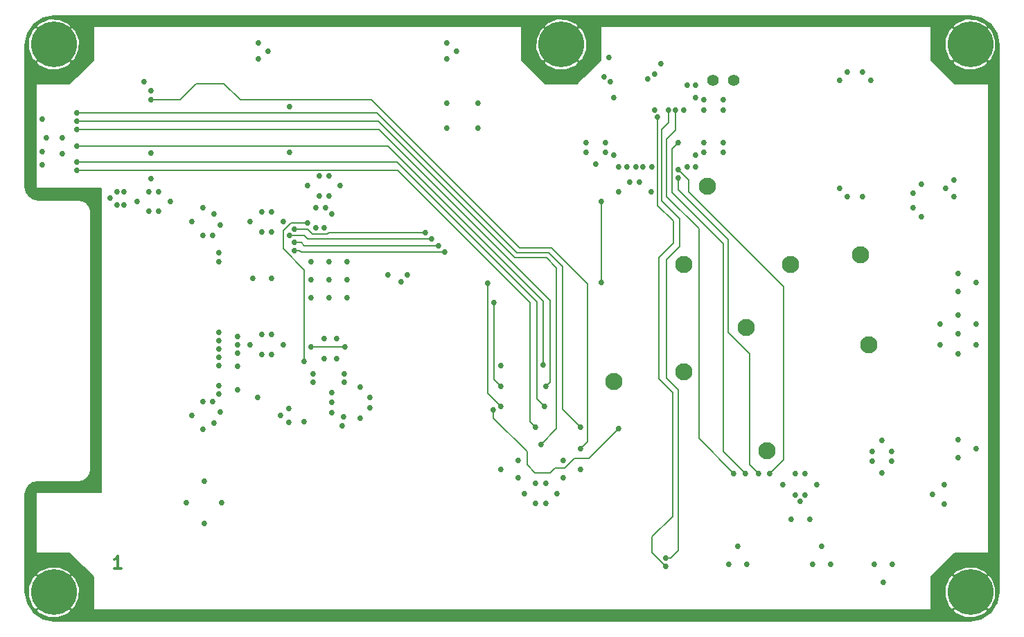
<source format=gtl>
%FSLAX34Y34*%
G04 Gerber Fmt 3.4, Leading zero omitted, Abs format*
G04 (created by PCBNEW (2014-03-01 BZR 4730)-product) date Tuesday, August 26, 2014 'AMt' 09:20:28 AM*
%MOIN*%
G01*
G70*
G90*
G04 APERTURE LIST*
%ADD10C,0.006000*%
%ADD11C,0.012094*%
%ADD12C,0.220472*%
%ADD13C,0.023622*%
%ADD14C,0.055118*%
%ADD15C,0.082677*%
%ADD16C,0.027500*%
%ADD17C,0.007874*%
%ADD18C,0.015748*%
G04 APERTURE END LIST*
G54D10*
G54D11*
X28436Y-66172D02*
X28098Y-66172D01*
X28267Y-66172D02*
X28267Y-65582D01*
X28211Y-65666D01*
X28155Y-65722D01*
X28098Y-65750D01*
G54D12*
X49606Y-40944D03*
G54D13*
X49606Y-40078D03*
X48740Y-40944D03*
X49606Y-41811D03*
X50472Y-40944D03*
X50216Y-40334D03*
X48996Y-40334D03*
X48996Y-41555D03*
X50216Y-41555D03*
G54D12*
X69291Y-40944D03*
G54D13*
X69291Y-40078D03*
X68425Y-40944D03*
X69291Y-41811D03*
X70157Y-40944D03*
X69901Y-40334D03*
X68681Y-40334D03*
X68681Y-41555D03*
X69901Y-41555D03*
G54D12*
X69291Y-67322D03*
G54D13*
X69291Y-66456D03*
X68425Y-67322D03*
X69291Y-68188D03*
X70157Y-67322D03*
X69901Y-66712D03*
X68681Y-66712D03*
X68681Y-67933D03*
X69901Y-67933D03*
G54D12*
X25196Y-67322D03*
G54D13*
X25196Y-66456D03*
X24330Y-67322D03*
X25196Y-68188D03*
X26062Y-67322D03*
X25807Y-66712D03*
X24586Y-66712D03*
X24586Y-67933D03*
X25807Y-67933D03*
G54D12*
X25196Y-40944D03*
G54D13*
X25196Y-40078D03*
X24330Y-40944D03*
X25196Y-41811D03*
X26062Y-40944D03*
X25807Y-40334D03*
X24586Y-40334D03*
X24586Y-41555D03*
X25807Y-41555D03*
G54D14*
X57901Y-42677D03*
X56901Y-42677D03*
G54D15*
X55492Y-56711D03*
X60648Y-51555D03*
X58507Y-54570D03*
X55492Y-51555D03*
X56651Y-47775D03*
X64017Y-51082D03*
X64401Y-55414D03*
X59490Y-60492D03*
X52124Y-57185D03*
G54D16*
X35669Y-52204D03*
X36220Y-49488D03*
X35669Y-49960D03*
X35669Y-49015D03*
X35669Y-55866D03*
X36220Y-55393D03*
X35669Y-54921D03*
X37677Y-57204D03*
X37677Y-56811D03*
X38188Y-49763D03*
X33129Y-50964D03*
X38188Y-55118D03*
X38818Y-55118D03*
X49704Y-61811D03*
X50551Y-61397D03*
X49704Y-60984D03*
X68700Y-60826D03*
X69566Y-60393D03*
X68700Y-59960D03*
X61574Y-63818D03*
X60669Y-63818D03*
X61102Y-62952D03*
X33129Y-57775D03*
X25590Y-45433D03*
X24842Y-45433D03*
X38976Y-47755D03*
X38425Y-48228D03*
X38425Y-47283D03*
X39133Y-58858D03*
X40393Y-57952D03*
X39921Y-57440D03*
X48858Y-63031D03*
X49409Y-62559D03*
X48858Y-62086D03*
X29763Y-48976D03*
X29763Y-48031D03*
X65039Y-60000D03*
X65511Y-60551D03*
X64566Y-60551D03*
X60275Y-62125D03*
X60866Y-61614D03*
X60866Y-62637D03*
X41259Y-52047D03*
X28228Y-48661D03*
X28228Y-48031D03*
X27913Y-48346D03*
X29212Y-48503D03*
X37795Y-49763D03*
X33129Y-57381D03*
X53937Y-48031D03*
X53385Y-47559D03*
X52362Y-46850D03*
X56062Y-46850D03*
X56456Y-46141D03*
X57401Y-46141D03*
X56456Y-43622D03*
X57401Y-43622D03*
X55669Y-42913D03*
X51732Y-46141D03*
X50787Y-46141D03*
X51259Y-46692D03*
X53976Y-46850D03*
X55511Y-44094D03*
X52125Y-46259D03*
X56062Y-46259D03*
X57913Y-61614D03*
X55118Y-44094D03*
X55236Y-45669D03*
X58464Y-61614D03*
X59645Y-61614D03*
X55236Y-46968D03*
X55236Y-47362D03*
X59094Y-61614D03*
X54763Y-44094D03*
X54645Y-65669D03*
X54251Y-44448D03*
X54645Y-66062D03*
X51535Y-52401D03*
X51535Y-48503D03*
X37401Y-49527D03*
X37244Y-56220D03*
X37559Y-55511D03*
X39212Y-55511D03*
X46377Y-53385D03*
X46692Y-57401D03*
X46062Y-52440D03*
X46692Y-58385D03*
X52362Y-59448D03*
X46338Y-58543D03*
X29881Y-43622D03*
X50551Y-60393D03*
X48740Y-56377D03*
X26299Y-45826D03*
X26299Y-45039D03*
X48858Y-57401D03*
X48818Y-58385D03*
X26299Y-46614D03*
X26299Y-47007D03*
X48385Y-59370D03*
X50551Y-59370D03*
X26299Y-44251D03*
X26299Y-44645D03*
X48622Y-60196D03*
X43700Y-50629D03*
X36771Y-50472D03*
X36535Y-50157D03*
X43385Y-50314D03*
X44015Y-50944D03*
X36771Y-50866D03*
X43070Y-50000D03*
X36771Y-49842D03*
X47539Y-61811D03*
X46692Y-61397D03*
X47539Y-60984D03*
X46692Y-56397D03*
X68700Y-55826D03*
X69566Y-55393D03*
X67834Y-55393D03*
X68700Y-54881D03*
X68700Y-53976D03*
X69566Y-54409D03*
X67834Y-54409D03*
X68700Y-52834D03*
X69566Y-52401D03*
X68700Y-51968D03*
X57677Y-65984D03*
X58110Y-65118D03*
X58543Y-65984D03*
X65118Y-66850D03*
X65551Y-65984D03*
X64685Y-65984D03*
X61692Y-65984D03*
X62559Y-65984D03*
X62125Y-65118D03*
X37244Y-59094D03*
X36515Y-59133D03*
X36102Y-58799D03*
X36515Y-58464D03*
X29881Y-47401D03*
X29881Y-46181D03*
X29881Y-43188D03*
X29527Y-42755D03*
X24645Y-46102D03*
X25590Y-46220D03*
X24645Y-46732D03*
X24645Y-44527D03*
X35000Y-57952D03*
X27263Y-48129D03*
X27263Y-49311D03*
X27263Y-50492D03*
X27263Y-51673D03*
X24685Y-48267D03*
X25866Y-48267D03*
X35039Y-39862D03*
X32677Y-39862D03*
X42125Y-39862D03*
X44488Y-39862D03*
X45669Y-39862D03*
X46850Y-39862D03*
X48031Y-39862D03*
X48031Y-41043D03*
X48425Y-41929D03*
X49606Y-42519D03*
X50688Y-42027D03*
X51181Y-41043D03*
X51181Y-39862D03*
X52362Y-39862D03*
X53543Y-39862D03*
X54724Y-39862D03*
X55905Y-39862D03*
X57086Y-39862D03*
X58267Y-39862D03*
X59448Y-39862D03*
X60629Y-39862D03*
X61811Y-39862D03*
X62992Y-39862D03*
X64173Y-39862D03*
X65354Y-39862D03*
X66535Y-39862D03*
X70374Y-42519D03*
X67716Y-39862D03*
X67716Y-41043D03*
X68208Y-42027D03*
X69192Y-42519D03*
X26771Y-39862D03*
X24114Y-43110D03*
X24114Y-44291D03*
X24114Y-45472D03*
X24114Y-46653D03*
X25196Y-42519D03*
X26279Y-42027D03*
X26771Y-41043D03*
X27952Y-39862D03*
X29133Y-39862D03*
X30314Y-39862D03*
X31496Y-39862D03*
X36220Y-39862D03*
X37401Y-39862D03*
X40944Y-39862D03*
X39763Y-39862D03*
X38582Y-39862D03*
X70374Y-44881D03*
X70374Y-43700D03*
X27263Y-55216D03*
X27263Y-52854D03*
X26771Y-68405D03*
X24212Y-62401D03*
X24114Y-63385D03*
X24114Y-64566D03*
X24114Y-65748D03*
X25295Y-65748D03*
X26279Y-66240D03*
X26771Y-67224D03*
X29133Y-68405D03*
X27952Y-68405D03*
X27263Y-54133D03*
X27263Y-56397D03*
X27263Y-57578D03*
X27263Y-58759D03*
X27263Y-59940D03*
X27263Y-61122D03*
X27263Y-62303D03*
X26279Y-62303D03*
X25098Y-62303D03*
X66535Y-68405D03*
X65354Y-68405D03*
X64173Y-68405D03*
X62992Y-68405D03*
X61811Y-68405D03*
X60629Y-68405D03*
X59448Y-68405D03*
X58267Y-68405D03*
X57086Y-68405D03*
X55905Y-68405D03*
X54724Y-68405D03*
X53543Y-68405D03*
X52362Y-68405D03*
X51181Y-68405D03*
X50000Y-68405D03*
X48818Y-68405D03*
X47637Y-68405D03*
X46456Y-68405D03*
X45275Y-68405D03*
X44094Y-68405D03*
X42913Y-68405D03*
X41732Y-68405D03*
X40551Y-68405D03*
X39370Y-68405D03*
X38188Y-68405D03*
X37007Y-68405D03*
X35826Y-68405D03*
X34645Y-68405D03*
X33464Y-68405D03*
X32283Y-68405D03*
X31102Y-68405D03*
X67716Y-68405D03*
X29921Y-68405D03*
X70374Y-48031D03*
X70374Y-49212D03*
X70374Y-50393D03*
X70374Y-51574D03*
X70374Y-52755D03*
X70374Y-53937D03*
X70374Y-55118D03*
X70374Y-56299D03*
X70374Y-57480D03*
X70374Y-58661D03*
X70374Y-59842D03*
X70374Y-61023D03*
X70374Y-62204D03*
X70374Y-63385D03*
X70374Y-64566D03*
X70374Y-65748D03*
X69192Y-65748D03*
X68208Y-66240D03*
X67716Y-67224D03*
X34763Y-52204D03*
X37401Y-47755D03*
X37952Y-47283D03*
X37952Y-48228D03*
X38582Y-49094D03*
X38267Y-48818D03*
X37795Y-48818D03*
X34645Y-49488D03*
X35196Y-49960D03*
X35196Y-49015D03*
X35196Y-54921D03*
X34645Y-55393D03*
X35196Y-55866D03*
X39921Y-58937D03*
X40393Y-58425D03*
X39173Y-57204D03*
X39173Y-56811D03*
X42204Y-52047D03*
X41889Y-52362D03*
X47834Y-62559D03*
X48385Y-62086D03*
X48385Y-63031D03*
X67480Y-62598D03*
X68031Y-63070D03*
X68031Y-62125D03*
X52362Y-48031D03*
X52913Y-47559D03*
X52755Y-46850D03*
X55669Y-46850D03*
X56456Y-45669D03*
X57401Y-45669D03*
X57401Y-44094D03*
X56456Y-44094D03*
X56062Y-42913D03*
X54409Y-41889D03*
X54094Y-42362D03*
X53779Y-42598D03*
X51653Y-42519D03*
X51968Y-42755D03*
X51889Y-41574D03*
X45590Y-44960D03*
X44094Y-44960D03*
X44094Y-43779D03*
X45590Y-43779D03*
X36535Y-43937D03*
X36535Y-46141D03*
X30236Y-48976D03*
X30787Y-48503D03*
X30236Y-48031D03*
X28582Y-48661D03*
X28582Y-48031D03*
X35039Y-41653D03*
X35511Y-41259D03*
X44566Y-41259D03*
X44094Y-40866D03*
X35039Y-40866D03*
X50787Y-45669D03*
X51732Y-45669D03*
X44094Y-41653D03*
X32421Y-61968D03*
X65039Y-61574D03*
X65511Y-61023D03*
X64566Y-61023D03*
X61338Y-61614D03*
X61889Y-62125D03*
X61338Y-62637D03*
X68503Y-47480D03*
X66535Y-48110D03*
X66929Y-47677D03*
X52125Y-43503D03*
X63385Y-42283D03*
X64094Y-42283D03*
X66929Y-49251D03*
X66535Y-48818D03*
X32362Y-50137D03*
X32834Y-50137D03*
X33188Y-49625D03*
X32893Y-49094D03*
X31850Y-49468D03*
X32362Y-48799D03*
X32834Y-58129D03*
X31850Y-58799D03*
X32362Y-58129D03*
X32362Y-59468D03*
X32893Y-59173D03*
X33188Y-58641D03*
X32421Y-64015D03*
X31574Y-62992D03*
X33267Y-62992D03*
X64094Y-48267D03*
X63385Y-48267D03*
X62992Y-47874D03*
X62992Y-42677D03*
X64488Y-42677D03*
X68503Y-48267D03*
X68110Y-47874D03*
X39055Y-59291D03*
X38582Y-58188D03*
X38582Y-58661D03*
X38582Y-57716D03*
X53543Y-46850D03*
X53188Y-46850D03*
X54094Y-44094D03*
X56062Y-43503D03*
X38425Y-52283D03*
X38425Y-53149D03*
X39291Y-52283D03*
X37559Y-52283D03*
X38425Y-51417D03*
X39291Y-53149D03*
X37559Y-53149D03*
X39291Y-51417D03*
X37559Y-51417D03*
X34035Y-56456D03*
X33129Y-56397D03*
X34035Y-55019D03*
X33129Y-54822D03*
X33129Y-51397D03*
X34035Y-57578D03*
X34035Y-55807D03*
X34035Y-55413D03*
X33129Y-56003D03*
X33129Y-55610D03*
X33129Y-55216D03*
X38188Y-56062D03*
X38818Y-56062D03*
G54D17*
X55118Y-44094D02*
X55118Y-45078D01*
X55118Y-45078D02*
X54685Y-45511D01*
X57913Y-61614D02*
X56220Y-59921D01*
X54685Y-45511D02*
X54685Y-48267D01*
X56220Y-49803D02*
X54685Y-48267D01*
X56220Y-59921D02*
X56220Y-49803D01*
X55236Y-45669D02*
X54921Y-45984D01*
X54921Y-45984D02*
X54921Y-48070D01*
X57401Y-60551D02*
X58464Y-61614D01*
X57401Y-50551D02*
X57401Y-60551D01*
X54921Y-48070D02*
X57401Y-50551D01*
X58464Y-61614D02*
X58464Y-61574D01*
X55236Y-46968D02*
X55748Y-47480D01*
X60314Y-60944D02*
X60314Y-52598D01*
X59645Y-61614D02*
X60314Y-60944D01*
X55748Y-48031D02*
X60314Y-52598D01*
X55748Y-47480D02*
X55748Y-48031D01*
X58661Y-61181D02*
X58661Y-55826D01*
X58661Y-55826D02*
X57637Y-54803D01*
X59094Y-61614D02*
X58661Y-61181D01*
X55236Y-47952D02*
X55236Y-47362D01*
X57637Y-50354D02*
X55236Y-47952D01*
X57637Y-54803D02*
X57637Y-50354D01*
X59094Y-61614D02*
X59094Y-61574D01*
X54645Y-65669D02*
X54881Y-65669D01*
X55236Y-65314D02*
X55236Y-57559D01*
X54881Y-65669D02*
X55236Y-65314D01*
X54448Y-45039D02*
X54448Y-48464D01*
X54685Y-57007D02*
X55236Y-57559D01*
X54685Y-51299D02*
X54685Y-57007D01*
X55314Y-50669D02*
X54685Y-51299D01*
X55314Y-49330D02*
X55314Y-50669D01*
X54448Y-48464D02*
X55314Y-49330D01*
X54763Y-44724D02*
X54448Y-45039D01*
X54763Y-44094D02*
X54763Y-44724D01*
X54645Y-66062D02*
X53976Y-65393D01*
X53976Y-64645D02*
X54960Y-63661D01*
X53976Y-65393D02*
X53976Y-64645D01*
X54291Y-57047D02*
X54291Y-51220D01*
X54960Y-57716D02*
X54960Y-63661D01*
X54291Y-57047D02*
X54960Y-57716D01*
X54291Y-51220D02*
X55000Y-50511D01*
X55000Y-50511D02*
X55000Y-49448D01*
X55000Y-49448D02*
X54251Y-48700D01*
X54251Y-48700D02*
X54251Y-44448D01*
X51535Y-52401D02*
X51535Y-48503D01*
X36614Y-49527D02*
X37401Y-49527D01*
X36220Y-49921D02*
X36614Y-49527D01*
X36220Y-50787D02*
X36220Y-49921D01*
X37244Y-51811D02*
X36220Y-50787D01*
X37244Y-56220D02*
X37244Y-51811D01*
X37559Y-55511D02*
X39212Y-55511D01*
X46377Y-57086D02*
X46377Y-53385D01*
X46692Y-57401D02*
X46377Y-57086D01*
X46062Y-57755D02*
X46062Y-52440D01*
X46692Y-58385D02*
X46062Y-57755D01*
X47952Y-60551D02*
X46338Y-58937D01*
X50944Y-60866D02*
X52362Y-59448D01*
X50236Y-60866D02*
X50944Y-60866D01*
X47952Y-61181D02*
X48346Y-61574D01*
X48346Y-61574D02*
X49055Y-61574D01*
X49055Y-61574D02*
X49291Y-61338D01*
X49291Y-61338D02*
X49763Y-61338D01*
X49763Y-61338D02*
X50236Y-60866D01*
X47952Y-60551D02*
X47952Y-61181D01*
X46338Y-58937D02*
X46338Y-58543D01*
X50866Y-60078D02*
X50866Y-52480D01*
X49133Y-50748D02*
X47598Y-50748D01*
X50866Y-52480D02*
X49133Y-50748D01*
X31259Y-43622D02*
X32047Y-42834D01*
X34173Y-43622D02*
X40472Y-43622D01*
X29881Y-43622D02*
X31259Y-43622D01*
X47598Y-50748D02*
X40472Y-43622D01*
X32047Y-42834D02*
X33385Y-42834D01*
X33385Y-42834D02*
X34173Y-43622D01*
X50551Y-60393D02*
X50866Y-60078D01*
X48740Y-53307D02*
X41259Y-45826D01*
X41259Y-45826D02*
X26299Y-45826D01*
X48740Y-56377D02*
X48740Y-53307D01*
X49055Y-57204D02*
X49055Y-53267D01*
X26299Y-45039D02*
X40826Y-45039D01*
X49055Y-53267D02*
X40826Y-45039D01*
X48858Y-57401D02*
X49055Y-57204D01*
X48818Y-58385D02*
X48425Y-57992D01*
X48425Y-53346D02*
X41692Y-46614D01*
X41692Y-46614D02*
X26299Y-46614D01*
X48425Y-57992D02*
X48425Y-53346D01*
X48110Y-59094D02*
X48110Y-53385D01*
X41732Y-47007D02*
X26299Y-47007D01*
X48110Y-53385D02*
X41732Y-47007D01*
X48385Y-59370D02*
X48110Y-59094D01*
X50551Y-59370D02*
X49685Y-58503D01*
X49015Y-50984D02*
X49685Y-51653D01*
X47480Y-50984D02*
X40748Y-44251D01*
X26299Y-44251D02*
X40748Y-44251D01*
X49015Y-50984D02*
X47480Y-50984D01*
X49685Y-51653D02*
X49685Y-58503D01*
X49370Y-59448D02*
X49370Y-51692D01*
X48897Y-51220D02*
X47362Y-51220D01*
X49370Y-51692D02*
X48897Y-51220D01*
X26299Y-44645D02*
X40787Y-44645D01*
X47362Y-51220D02*
X40787Y-44645D01*
X48622Y-60196D02*
X49370Y-59448D01*
X37244Y-50629D02*
X43700Y-50629D01*
X36771Y-50472D02*
X37086Y-50472D01*
X37086Y-50472D02*
X37244Y-50629D01*
X37401Y-50314D02*
X37244Y-50157D01*
X37244Y-50157D02*
X36535Y-50157D01*
X43385Y-50314D02*
X37401Y-50314D01*
X36771Y-50866D02*
X37007Y-50866D01*
X37086Y-50944D02*
X44015Y-50944D01*
X37007Y-50866D02*
X37086Y-50944D01*
X36771Y-49842D02*
X37401Y-49842D01*
X38425Y-50000D02*
X43070Y-50000D01*
X38346Y-50078D02*
X38425Y-50000D01*
X37637Y-50078D02*
X38346Y-50078D01*
X37401Y-49842D02*
X37637Y-50078D01*
G54D18*
X27263Y-55216D02*
X27263Y-54133D01*
X27263Y-54133D02*
X27263Y-52854D01*
G54D10*
G36*
X70673Y-67303D02*
X70564Y-67850D01*
X70517Y-67920D01*
X70517Y-67108D01*
X70517Y-40730D01*
X70341Y-40277D01*
X70309Y-40229D01*
X70164Y-40099D01*
X70136Y-40127D01*
X70136Y-40072D01*
X70006Y-39926D01*
X69562Y-39730D01*
X69077Y-39719D01*
X68624Y-39894D01*
X68575Y-39926D01*
X68446Y-40072D01*
X68546Y-40171D01*
X68681Y-40306D01*
X68708Y-40334D01*
X68843Y-40469D01*
X69291Y-40917D01*
X69738Y-40469D01*
X69873Y-40334D01*
X69901Y-40306D01*
X70036Y-40171D01*
X70136Y-40072D01*
X70136Y-40127D01*
X70064Y-40199D01*
X69929Y-40334D01*
X69901Y-40362D01*
X69766Y-40497D01*
X69319Y-40944D01*
X69766Y-41392D01*
X69901Y-41527D01*
X69929Y-41555D01*
X70064Y-41689D01*
X70164Y-41789D01*
X70309Y-41660D01*
X70505Y-41216D01*
X70517Y-40730D01*
X70517Y-67108D01*
X70341Y-66655D01*
X70309Y-66607D01*
X70164Y-66477D01*
X70157Y-66484D01*
X70157Y-65433D01*
X70157Y-42834D01*
X70136Y-42834D01*
X70136Y-41817D01*
X70036Y-41717D01*
X69901Y-41582D01*
X69873Y-41555D01*
X69738Y-41420D01*
X69291Y-40972D01*
X69263Y-41000D01*
X69263Y-40944D01*
X68815Y-40497D01*
X68681Y-40362D01*
X68653Y-40334D01*
X68518Y-40199D01*
X68418Y-40099D01*
X68273Y-40229D01*
X68076Y-40673D01*
X68065Y-41158D01*
X68240Y-41611D01*
X68273Y-41660D01*
X68418Y-41789D01*
X68518Y-41689D01*
X68653Y-41555D01*
X68681Y-41527D01*
X68815Y-41392D01*
X69263Y-40944D01*
X69263Y-41000D01*
X68843Y-41420D01*
X68708Y-41555D01*
X68681Y-41582D01*
X68546Y-41717D01*
X68446Y-41817D01*
X68575Y-41963D01*
X69020Y-42159D01*
X69505Y-42170D01*
X69958Y-41995D01*
X70006Y-41963D01*
X70136Y-41817D01*
X70136Y-42834D01*
X68536Y-42834D01*
X67401Y-41699D01*
X67401Y-41653D01*
X67401Y-40078D01*
X51496Y-40078D01*
X51496Y-41699D01*
X50832Y-42363D01*
X50832Y-40730D01*
X50656Y-40277D01*
X50624Y-40229D01*
X50479Y-40099D01*
X50451Y-40127D01*
X50451Y-40072D01*
X50321Y-39926D01*
X49877Y-39730D01*
X49392Y-39719D01*
X48939Y-39894D01*
X48890Y-39926D01*
X48761Y-40072D01*
X48861Y-40171D01*
X48861Y-40171D01*
X48996Y-40306D01*
X49023Y-40334D01*
X49158Y-40469D01*
X49606Y-40917D01*
X50053Y-40469D01*
X50188Y-40334D01*
X50216Y-40306D01*
X50351Y-40171D01*
X50451Y-40072D01*
X50451Y-40127D01*
X50379Y-40199D01*
X50244Y-40334D01*
X50216Y-40362D01*
X50081Y-40497D01*
X49634Y-40944D01*
X50081Y-41392D01*
X50081Y-41392D01*
X50216Y-41527D01*
X50244Y-41555D01*
X50379Y-41689D01*
X50479Y-41789D01*
X50624Y-41660D01*
X50820Y-41216D01*
X50832Y-40730D01*
X50832Y-42363D01*
X50451Y-42744D01*
X50451Y-41817D01*
X50351Y-41717D01*
X50216Y-41582D01*
X50188Y-41555D01*
X50053Y-41420D01*
X50053Y-41420D01*
X49606Y-40972D01*
X49578Y-41000D01*
X49578Y-40944D01*
X49130Y-40497D01*
X48996Y-40362D01*
X48968Y-40334D01*
X48833Y-40199D01*
X48833Y-40199D01*
X48733Y-40099D01*
X48588Y-40229D01*
X48391Y-40673D01*
X48380Y-41158D01*
X48555Y-41611D01*
X48588Y-41660D01*
X48733Y-41789D01*
X48833Y-41689D01*
X48968Y-41555D01*
X48996Y-41527D01*
X49130Y-41392D01*
X49578Y-40944D01*
X49578Y-41000D01*
X49158Y-41420D01*
X49023Y-41555D01*
X48996Y-41582D01*
X48861Y-41717D01*
X48761Y-41817D01*
X48890Y-41963D01*
X49334Y-42159D01*
X49820Y-42170D01*
X50273Y-41995D01*
X50321Y-41963D01*
X50451Y-41817D01*
X50451Y-42744D01*
X50361Y-42834D01*
X48851Y-42834D01*
X47716Y-41699D01*
X47716Y-40078D01*
X27086Y-40078D01*
X27086Y-41699D01*
X26422Y-42363D01*
X26422Y-40730D01*
X26247Y-40277D01*
X26215Y-40229D01*
X26069Y-40099D01*
X26041Y-40127D01*
X26041Y-40072D01*
X25912Y-39926D01*
X25468Y-39730D01*
X24982Y-39719D01*
X24529Y-39894D01*
X24481Y-39926D01*
X24351Y-40072D01*
X24451Y-40171D01*
X24451Y-40171D01*
X24586Y-40306D01*
X24614Y-40334D01*
X24749Y-40469D01*
X25196Y-40917D01*
X25644Y-40469D01*
X25779Y-40334D01*
X25807Y-40306D01*
X25941Y-40171D01*
X26041Y-40072D01*
X26041Y-40127D01*
X25969Y-40199D01*
X25834Y-40334D01*
X25807Y-40362D01*
X25672Y-40497D01*
X25224Y-40944D01*
X25672Y-41392D01*
X25672Y-41392D01*
X25807Y-41527D01*
X25834Y-41555D01*
X25969Y-41689D01*
X26069Y-41789D01*
X26215Y-41660D01*
X26411Y-41216D01*
X26422Y-40730D01*
X26422Y-42363D01*
X26041Y-42744D01*
X26041Y-41817D01*
X25941Y-41717D01*
X25807Y-41582D01*
X25779Y-41555D01*
X25644Y-41420D01*
X25644Y-41420D01*
X25196Y-40972D01*
X25169Y-41000D01*
X25169Y-40944D01*
X24721Y-40497D01*
X24586Y-40362D01*
X24558Y-40334D01*
X24423Y-40199D01*
X24423Y-40199D01*
X24324Y-40099D01*
X24178Y-40229D01*
X23982Y-40673D01*
X23971Y-41158D01*
X24146Y-41611D01*
X24178Y-41660D01*
X24324Y-41789D01*
X24423Y-41689D01*
X24558Y-41555D01*
X24586Y-41527D01*
X24721Y-41392D01*
X25169Y-40944D01*
X25169Y-41000D01*
X24749Y-41420D01*
X24614Y-41555D01*
X24586Y-41582D01*
X24451Y-41717D01*
X24351Y-41817D01*
X24481Y-41963D01*
X24925Y-42159D01*
X25410Y-42170D01*
X25863Y-41995D01*
X25912Y-41963D01*
X26041Y-41817D01*
X26041Y-42744D01*
X25951Y-42834D01*
X24330Y-42834D01*
X24330Y-47874D01*
X27480Y-47874D01*
X27480Y-62519D01*
X24330Y-62519D01*
X24330Y-65433D01*
X25951Y-65433D01*
X27086Y-66568D01*
X27086Y-68188D01*
X67401Y-68188D01*
X67401Y-66568D01*
X68536Y-65433D01*
X70157Y-65433D01*
X70157Y-66484D01*
X70136Y-66505D01*
X70136Y-66449D01*
X70006Y-66304D01*
X69562Y-66108D01*
X69077Y-66097D01*
X68624Y-66272D01*
X68575Y-66304D01*
X68446Y-66449D01*
X68546Y-66549D01*
X68681Y-66684D01*
X68708Y-66712D01*
X68708Y-66712D01*
X68843Y-66847D01*
X69291Y-67294D01*
X69738Y-66847D01*
X69738Y-66847D01*
X69873Y-66712D01*
X69901Y-66684D01*
X70036Y-66549D01*
X70136Y-66449D01*
X70136Y-66505D01*
X70064Y-66577D01*
X69929Y-66712D01*
X69901Y-66740D01*
X69766Y-66875D01*
X69319Y-67322D01*
X69766Y-67770D01*
X69901Y-67905D01*
X69929Y-67933D01*
X69929Y-67933D01*
X70064Y-68067D01*
X70164Y-68167D01*
X70309Y-68038D01*
X70505Y-67594D01*
X70517Y-67108D01*
X70517Y-67920D01*
X70265Y-68297D01*
X70136Y-68383D01*
X70136Y-68195D01*
X70036Y-68095D01*
X69901Y-67960D01*
X69901Y-67960D01*
X69873Y-67933D01*
X69738Y-67798D01*
X69291Y-67350D01*
X69263Y-67378D01*
X69263Y-67322D01*
X68815Y-66875D01*
X68681Y-66740D01*
X68681Y-66740D01*
X68653Y-66712D01*
X68518Y-66577D01*
X68418Y-66477D01*
X68273Y-66607D01*
X68076Y-67051D01*
X68065Y-67536D01*
X68240Y-67989D01*
X68273Y-68038D01*
X68418Y-68167D01*
X68518Y-68067D01*
X68518Y-68067D01*
X68653Y-67933D01*
X68681Y-67905D01*
X68815Y-67770D01*
X69263Y-67322D01*
X69263Y-67378D01*
X68843Y-67798D01*
X68708Y-67933D01*
X68681Y-67960D01*
X68546Y-68095D01*
X68446Y-68195D01*
X68575Y-68341D01*
X69020Y-68537D01*
X69505Y-68548D01*
X69958Y-68373D01*
X70006Y-68341D01*
X70136Y-68195D01*
X70136Y-68383D01*
X69818Y-68595D01*
X69272Y-68704D01*
X26422Y-68704D01*
X26422Y-67108D01*
X26247Y-66655D01*
X26215Y-66607D01*
X26069Y-66477D01*
X26041Y-66505D01*
X26041Y-66449D01*
X25912Y-66304D01*
X25468Y-66108D01*
X24982Y-66097D01*
X24529Y-66272D01*
X24481Y-66304D01*
X24351Y-66449D01*
X24451Y-66549D01*
X24586Y-66684D01*
X24614Y-66712D01*
X24749Y-66847D01*
X25196Y-67294D01*
X25644Y-66847D01*
X25644Y-66847D01*
X25779Y-66712D01*
X25807Y-66684D01*
X25941Y-66549D01*
X26041Y-66449D01*
X26041Y-66505D01*
X25969Y-66577D01*
X25834Y-66712D01*
X25807Y-66740D01*
X25672Y-66875D01*
X25224Y-67322D01*
X25672Y-67770D01*
X25807Y-67905D01*
X25834Y-67933D01*
X25969Y-68067D01*
X26069Y-68167D01*
X26215Y-68038D01*
X26411Y-67594D01*
X26422Y-67108D01*
X26422Y-68704D01*
X26041Y-68704D01*
X26041Y-68195D01*
X25941Y-68095D01*
X25807Y-67960D01*
X25779Y-67933D01*
X25644Y-67798D01*
X25196Y-67350D01*
X25169Y-67378D01*
X25169Y-67322D01*
X24721Y-66875D01*
X24586Y-66740D01*
X24558Y-66712D01*
X24423Y-66577D01*
X24324Y-66477D01*
X24178Y-66607D01*
X23982Y-67051D01*
X23971Y-67536D01*
X24146Y-67989D01*
X24178Y-68038D01*
X24324Y-68167D01*
X24423Y-68067D01*
X24423Y-68067D01*
X24558Y-67933D01*
X24586Y-67905D01*
X24721Y-67770D01*
X25169Y-67322D01*
X25169Y-67378D01*
X24749Y-67798D01*
X24614Y-67933D01*
X24586Y-67960D01*
X24451Y-68095D01*
X24351Y-68195D01*
X24481Y-68341D01*
X24925Y-68537D01*
X25410Y-68548D01*
X25863Y-68373D01*
X25912Y-68341D01*
X26041Y-68195D01*
X26041Y-68704D01*
X25215Y-68704D01*
X24669Y-68595D01*
X24222Y-68297D01*
X23923Y-67850D01*
X23815Y-67303D01*
X23815Y-62617D01*
X23863Y-62372D01*
X23991Y-62180D01*
X24183Y-62052D01*
X24428Y-62004D01*
X26377Y-62004D01*
X26396Y-62000D01*
X26415Y-62000D01*
X26566Y-61970D01*
X26566Y-61970D01*
X26635Y-61941D01*
X26635Y-61941D01*
X26763Y-61856D01*
X26763Y-61856D01*
X26763Y-61856D01*
X26816Y-61802D01*
X26816Y-61802D01*
X26902Y-61675D01*
X26931Y-61605D01*
X26931Y-61605D01*
X26961Y-61454D01*
X26961Y-61435D01*
X26964Y-61417D01*
X26964Y-49015D01*
X26961Y-48997D01*
X26961Y-48978D01*
X26931Y-48827D01*
X26931Y-48827D01*
X26902Y-48757D01*
X26816Y-48630D01*
X26816Y-48630D01*
X26763Y-48576D01*
X26763Y-48576D01*
X26635Y-48491D01*
X26566Y-48462D01*
X26566Y-48462D01*
X26415Y-48432D01*
X26396Y-48432D01*
X26377Y-48428D01*
X24428Y-48428D01*
X24183Y-48380D01*
X23991Y-48252D01*
X23863Y-48060D01*
X23815Y-47815D01*
X23815Y-40963D01*
X23923Y-40417D01*
X24222Y-39970D01*
X24669Y-39671D01*
X25215Y-39563D01*
X69272Y-39563D01*
X69818Y-39671D01*
X70265Y-39970D01*
X70564Y-40417D01*
X70673Y-40963D01*
X70673Y-67303D01*
X70673Y-67303D01*
G37*
G54D17*
X70673Y-67303D02*
X70564Y-67850D01*
X70517Y-67920D01*
X70517Y-67108D01*
X70517Y-40730D01*
X70341Y-40277D01*
X70309Y-40229D01*
X70164Y-40099D01*
X70136Y-40127D01*
X70136Y-40072D01*
X70006Y-39926D01*
X69562Y-39730D01*
X69077Y-39719D01*
X68624Y-39894D01*
X68575Y-39926D01*
X68446Y-40072D01*
X68546Y-40171D01*
X68681Y-40306D01*
X68708Y-40334D01*
X68843Y-40469D01*
X69291Y-40917D01*
X69738Y-40469D01*
X69873Y-40334D01*
X69901Y-40306D01*
X70036Y-40171D01*
X70136Y-40072D01*
X70136Y-40127D01*
X70064Y-40199D01*
X69929Y-40334D01*
X69901Y-40362D01*
X69766Y-40497D01*
X69319Y-40944D01*
X69766Y-41392D01*
X69901Y-41527D01*
X69929Y-41555D01*
X70064Y-41689D01*
X70164Y-41789D01*
X70309Y-41660D01*
X70505Y-41216D01*
X70517Y-40730D01*
X70517Y-67108D01*
X70341Y-66655D01*
X70309Y-66607D01*
X70164Y-66477D01*
X70157Y-66484D01*
X70157Y-65433D01*
X70157Y-42834D01*
X70136Y-42834D01*
X70136Y-41817D01*
X70036Y-41717D01*
X69901Y-41582D01*
X69873Y-41555D01*
X69738Y-41420D01*
X69291Y-40972D01*
X69263Y-41000D01*
X69263Y-40944D01*
X68815Y-40497D01*
X68681Y-40362D01*
X68653Y-40334D01*
X68518Y-40199D01*
X68418Y-40099D01*
X68273Y-40229D01*
X68076Y-40673D01*
X68065Y-41158D01*
X68240Y-41611D01*
X68273Y-41660D01*
X68418Y-41789D01*
X68518Y-41689D01*
X68653Y-41555D01*
X68681Y-41527D01*
X68815Y-41392D01*
X69263Y-40944D01*
X69263Y-41000D01*
X68843Y-41420D01*
X68708Y-41555D01*
X68681Y-41582D01*
X68546Y-41717D01*
X68446Y-41817D01*
X68575Y-41963D01*
X69020Y-42159D01*
X69505Y-42170D01*
X69958Y-41995D01*
X70006Y-41963D01*
X70136Y-41817D01*
X70136Y-42834D01*
X68536Y-42834D01*
X67401Y-41699D01*
X67401Y-41653D01*
X67401Y-40078D01*
X51496Y-40078D01*
X51496Y-41699D01*
X50832Y-42363D01*
X50832Y-40730D01*
X50656Y-40277D01*
X50624Y-40229D01*
X50479Y-40099D01*
X50451Y-40127D01*
X50451Y-40072D01*
X50321Y-39926D01*
X49877Y-39730D01*
X49392Y-39719D01*
X48939Y-39894D01*
X48890Y-39926D01*
X48761Y-40072D01*
X48861Y-40171D01*
X48861Y-40171D01*
X48996Y-40306D01*
X49023Y-40334D01*
X49158Y-40469D01*
X49606Y-40917D01*
X50053Y-40469D01*
X50188Y-40334D01*
X50216Y-40306D01*
X50351Y-40171D01*
X50451Y-40072D01*
X50451Y-40127D01*
X50379Y-40199D01*
X50244Y-40334D01*
X50216Y-40362D01*
X50081Y-40497D01*
X49634Y-40944D01*
X50081Y-41392D01*
X50081Y-41392D01*
X50216Y-41527D01*
X50244Y-41555D01*
X50379Y-41689D01*
X50479Y-41789D01*
X50624Y-41660D01*
X50820Y-41216D01*
X50832Y-40730D01*
X50832Y-42363D01*
X50451Y-42744D01*
X50451Y-41817D01*
X50351Y-41717D01*
X50216Y-41582D01*
X50188Y-41555D01*
X50053Y-41420D01*
X50053Y-41420D01*
X49606Y-40972D01*
X49578Y-41000D01*
X49578Y-40944D01*
X49130Y-40497D01*
X48996Y-40362D01*
X48968Y-40334D01*
X48833Y-40199D01*
X48833Y-40199D01*
X48733Y-40099D01*
X48588Y-40229D01*
X48391Y-40673D01*
X48380Y-41158D01*
X48555Y-41611D01*
X48588Y-41660D01*
X48733Y-41789D01*
X48833Y-41689D01*
X48968Y-41555D01*
X48996Y-41527D01*
X49130Y-41392D01*
X49578Y-40944D01*
X49578Y-41000D01*
X49158Y-41420D01*
X49023Y-41555D01*
X48996Y-41582D01*
X48861Y-41717D01*
X48761Y-41817D01*
X48890Y-41963D01*
X49334Y-42159D01*
X49820Y-42170D01*
X50273Y-41995D01*
X50321Y-41963D01*
X50451Y-41817D01*
X50451Y-42744D01*
X50361Y-42834D01*
X48851Y-42834D01*
X47716Y-41699D01*
X47716Y-40078D01*
X27086Y-40078D01*
X27086Y-41699D01*
X26422Y-42363D01*
X26422Y-40730D01*
X26247Y-40277D01*
X26215Y-40229D01*
X26069Y-40099D01*
X26041Y-40127D01*
X26041Y-40072D01*
X25912Y-39926D01*
X25468Y-39730D01*
X24982Y-39719D01*
X24529Y-39894D01*
X24481Y-39926D01*
X24351Y-40072D01*
X24451Y-40171D01*
X24451Y-40171D01*
X24586Y-40306D01*
X24614Y-40334D01*
X24749Y-40469D01*
X25196Y-40917D01*
X25644Y-40469D01*
X25779Y-40334D01*
X25807Y-40306D01*
X25941Y-40171D01*
X26041Y-40072D01*
X26041Y-40127D01*
X25969Y-40199D01*
X25834Y-40334D01*
X25807Y-40362D01*
X25672Y-40497D01*
X25224Y-40944D01*
X25672Y-41392D01*
X25672Y-41392D01*
X25807Y-41527D01*
X25834Y-41555D01*
X25969Y-41689D01*
X26069Y-41789D01*
X26215Y-41660D01*
X26411Y-41216D01*
X26422Y-40730D01*
X26422Y-42363D01*
X26041Y-42744D01*
X26041Y-41817D01*
X25941Y-41717D01*
X25807Y-41582D01*
X25779Y-41555D01*
X25644Y-41420D01*
X25644Y-41420D01*
X25196Y-40972D01*
X25169Y-41000D01*
X25169Y-40944D01*
X24721Y-40497D01*
X24586Y-40362D01*
X24558Y-40334D01*
X24423Y-40199D01*
X24423Y-40199D01*
X24324Y-40099D01*
X24178Y-40229D01*
X23982Y-40673D01*
X23971Y-41158D01*
X24146Y-41611D01*
X24178Y-41660D01*
X24324Y-41789D01*
X24423Y-41689D01*
X24558Y-41555D01*
X24586Y-41527D01*
X24721Y-41392D01*
X25169Y-40944D01*
X25169Y-41000D01*
X24749Y-41420D01*
X24614Y-41555D01*
X24586Y-41582D01*
X24451Y-41717D01*
X24351Y-41817D01*
X24481Y-41963D01*
X24925Y-42159D01*
X25410Y-42170D01*
X25863Y-41995D01*
X25912Y-41963D01*
X26041Y-41817D01*
X26041Y-42744D01*
X25951Y-42834D01*
X24330Y-42834D01*
X24330Y-47874D01*
X27480Y-47874D01*
X27480Y-62519D01*
X24330Y-62519D01*
X24330Y-65433D01*
X25951Y-65433D01*
X27086Y-66568D01*
X27086Y-68188D01*
X67401Y-68188D01*
X67401Y-66568D01*
X68536Y-65433D01*
X70157Y-65433D01*
X70157Y-66484D01*
X70136Y-66505D01*
X70136Y-66449D01*
X70006Y-66304D01*
X69562Y-66108D01*
X69077Y-66097D01*
X68624Y-66272D01*
X68575Y-66304D01*
X68446Y-66449D01*
X68546Y-66549D01*
X68681Y-66684D01*
X68708Y-66712D01*
X68708Y-66712D01*
X68843Y-66847D01*
X69291Y-67294D01*
X69738Y-66847D01*
X69738Y-66847D01*
X69873Y-66712D01*
X69901Y-66684D01*
X70036Y-66549D01*
X70136Y-66449D01*
X70136Y-66505D01*
X70064Y-66577D01*
X69929Y-66712D01*
X69901Y-66740D01*
X69766Y-66875D01*
X69319Y-67322D01*
X69766Y-67770D01*
X69901Y-67905D01*
X69929Y-67933D01*
X69929Y-67933D01*
X70064Y-68067D01*
X70164Y-68167D01*
X70309Y-68038D01*
X70505Y-67594D01*
X70517Y-67108D01*
X70517Y-67920D01*
X70265Y-68297D01*
X70136Y-68383D01*
X70136Y-68195D01*
X70036Y-68095D01*
X69901Y-67960D01*
X69901Y-67960D01*
X69873Y-67933D01*
X69738Y-67798D01*
X69291Y-67350D01*
X69263Y-67378D01*
X69263Y-67322D01*
X68815Y-66875D01*
X68681Y-66740D01*
X68681Y-66740D01*
X68653Y-66712D01*
X68518Y-66577D01*
X68418Y-66477D01*
X68273Y-66607D01*
X68076Y-67051D01*
X68065Y-67536D01*
X68240Y-67989D01*
X68273Y-68038D01*
X68418Y-68167D01*
X68518Y-68067D01*
X68518Y-68067D01*
X68653Y-67933D01*
X68681Y-67905D01*
X68815Y-67770D01*
X69263Y-67322D01*
X69263Y-67378D01*
X68843Y-67798D01*
X68708Y-67933D01*
X68681Y-67960D01*
X68546Y-68095D01*
X68446Y-68195D01*
X68575Y-68341D01*
X69020Y-68537D01*
X69505Y-68548D01*
X69958Y-68373D01*
X70006Y-68341D01*
X70136Y-68195D01*
X70136Y-68383D01*
X69818Y-68595D01*
X69272Y-68704D01*
X26422Y-68704D01*
X26422Y-67108D01*
X26247Y-66655D01*
X26215Y-66607D01*
X26069Y-66477D01*
X26041Y-66505D01*
X26041Y-66449D01*
X25912Y-66304D01*
X25468Y-66108D01*
X24982Y-66097D01*
X24529Y-66272D01*
X24481Y-66304D01*
X24351Y-66449D01*
X24451Y-66549D01*
X24586Y-66684D01*
X24614Y-66712D01*
X24749Y-66847D01*
X25196Y-67294D01*
X25644Y-66847D01*
X25644Y-66847D01*
X25779Y-66712D01*
X25807Y-66684D01*
X25941Y-66549D01*
X26041Y-66449D01*
X26041Y-66505D01*
X25969Y-66577D01*
X25834Y-66712D01*
X25807Y-66740D01*
X25672Y-66875D01*
X25224Y-67322D01*
X25672Y-67770D01*
X25807Y-67905D01*
X25834Y-67933D01*
X25969Y-68067D01*
X26069Y-68167D01*
X26215Y-68038D01*
X26411Y-67594D01*
X26422Y-67108D01*
X26422Y-68704D01*
X26041Y-68704D01*
X26041Y-68195D01*
X25941Y-68095D01*
X25807Y-67960D01*
X25779Y-67933D01*
X25644Y-67798D01*
X25196Y-67350D01*
X25169Y-67378D01*
X25169Y-67322D01*
X24721Y-66875D01*
X24586Y-66740D01*
X24558Y-66712D01*
X24423Y-66577D01*
X24324Y-66477D01*
X24178Y-66607D01*
X23982Y-67051D01*
X23971Y-67536D01*
X24146Y-67989D01*
X24178Y-68038D01*
X24324Y-68167D01*
X24423Y-68067D01*
X24423Y-68067D01*
X24558Y-67933D01*
X24586Y-67905D01*
X24721Y-67770D01*
X25169Y-67322D01*
X25169Y-67378D01*
X24749Y-67798D01*
X24614Y-67933D01*
X24586Y-67960D01*
X24451Y-68095D01*
X24351Y-68195D01*
X24481Y-68341D01*
X24925Y-68537D01*
X25410Y-68548D01*
X25863Y-68373D01*
X25912Y-68341D01*
X26041Y-68195D01*
X26041Y-68704D01*
X25215Y-68704D01*
X24669Y-68595D01*
X24222Y-68297D01*
X23923Y-67850D01*
X23815Y-67303D01*
X23815Y-62617D01*
X23863Y-62372D01*
X23991Y-62180D01*
X24183Y-62052D01*
X24428Y-62004D01*
X26377Y-62004D01*
X26396Y-62000D01*
X26415Y-62000D01*
X26566Y-61970D01*
X26566Y-61970D01*
X26635Y-61941D01*
X26635Y-61941D01*
X26763Y-61856D01*
X26763Y-61856D01*
X26763Y-61856D01*
X26816Y-61802D01*
X26816Y-61802D01*
X26902Y-61675D01*
X26931Y-61605D01*
X26931Y-61605D01*
X26961Y-61454D01*
X26961Y-61435D01*
X26964Y-61417D01*
X26964Y-49015D01*
X26961Y-48997D01*
X26961Y-48978D01*
X26931Y-48827D01*
X26931Y-48827D01*
X26902Y-48757D01*
X26816Y-48630D01*
X26816Y-48630D01*
X26763Y-48576D01*
X26763Y-48576D01*
X26635Y-48491D01*
X26566Y-48462D01*
X26566Y-48462D01*
X26415Y-48432D01*
X26396Y-48432D01*
X26377Y-48428D01*
X24428Y-48428D01*
X24183Y-48380D01*
X23991Y-48252D01*
X23863Y-48060D01*
X23815Y-47815D01*
X23815Y-40963D01*
X23923Y-40417D01*
X24222Y-39970D01*
X24669Y-39671D01*
X25215Y-39563D01*
X69272Y-39563D01*
X69818Y-39671D01*
X70265Y-39970D01*
X70564Y-40417D01*
X70673Y-40963D01*
X70673Y-67303D01*
M02*

</source>
